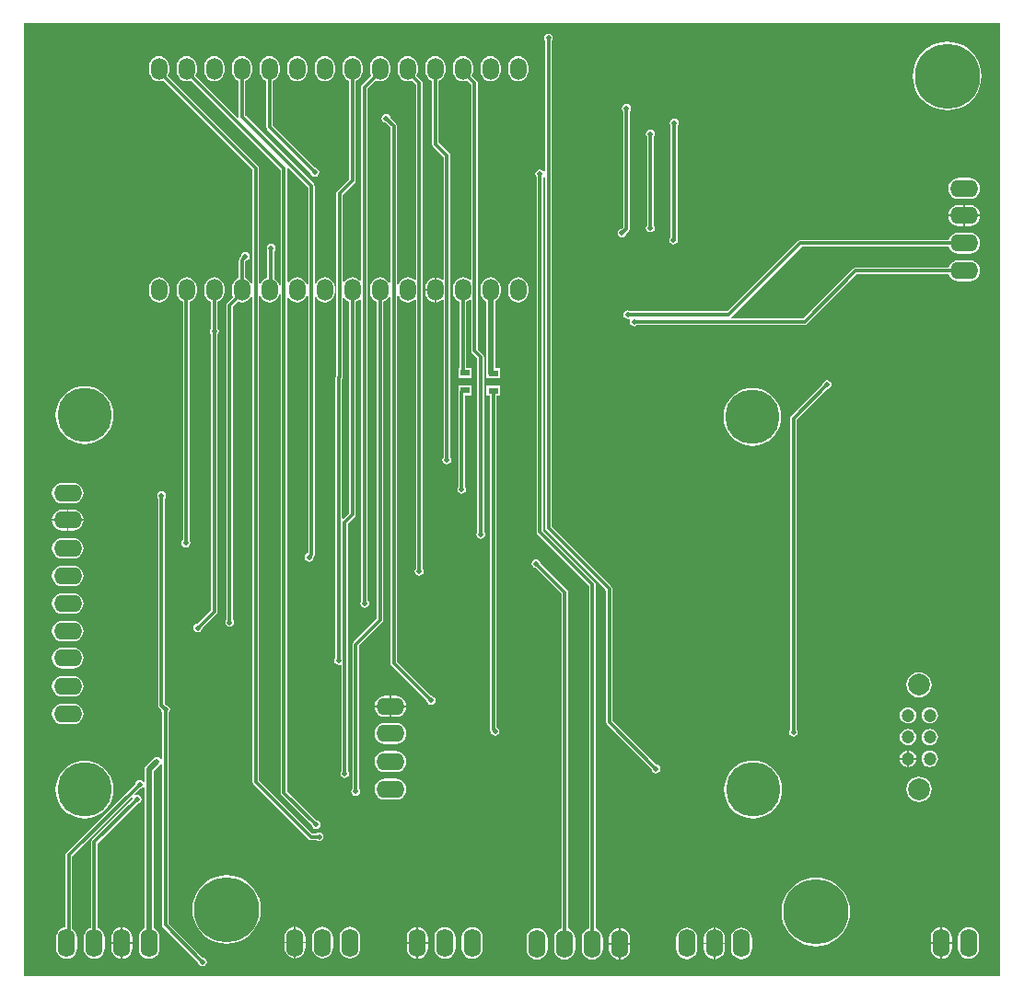
<source format=gbl>
G04*
G04 #@! TF.GenerationSoftware,Altium Limited,Altium Designer,21.0.9 (235)*
G04*
G04 Layer_Physical_Order=2*
G04 Layer_Color=16711680*
%FSLAX44Y44*%
%MOMM*%
G71*
G04*
G04 #@! TF.SameCoordinates,C4A1923E-E4D0-4F42-82A5-F12B5E4C3A78*
G04*
G04*
G04 #@! TF.FilePolarity,Positive*
G04*
G01*
G75*
%ADD26R,0.9500X0.6000*%
%ADD48C,6.0000*%
%ADD49C,0.3000*%
%ADD50C,0.5000*%
%ADD51O,1.5000X2.0000*%
%ADD52O,2.6000X1.6000*%
%ADD53C,1.2000*%
%ADD54C,2.0000*%
%ADD55O,1.6000X2.6000*%
%ADD56C,0.5000*%
%ADD57C,5.0000*%
G36*
X898441Y878441D02*
X898441Y1558D01*
X1558Y1558D01*
X1558Y878441D01*
X898441Y878441D01*
D02*
G37*
%LPC*%
G36*
X455676Y848254D02*
X453326Y847944D01*
X451137Y847038D01*
X449257Y845595D01*
X447814Y843715D01*
X446908Y841525D01*
X446598Y839176D01*
Y834176D01*
X446908Y831826D01*
X447814Y829637D01*
X449257Y827757D01*
X451137Y826314D01*
X453326Y825408D01*
X455676Y825098D01*
X458026Y825408D01*
X460215Y826314D01*
X462095Y827757D01*
X463537Y829637D01*
X464444Y831826D01*
X464754Y834176D01*
Y839176D01*
X464444Y841525D01*
X463537Y843715D01*
X462095Y845595D01*
X460215Y847038D01*
X458026Y847944D01*
X455676Y848254D01*
D02*
G37*
G36*
X430276D02*
X427926Y847944D01*
X425737Y847038D01*
X423857Y845595D01*
X422415Y843715D01*
X421508Y841525D01*
X421198Y839176D01*
Y834176D01*
X421508Y831826D01*
X422415Y829637D01*
X423857Y827757D01*
X425737Y826314D01*
X427926Y825408D01*
X430276Y825098D01*
X432626Y825408D01*
X434815Y826314D01*
X436695Y827757D01*
X438138Y829637D01*
X439044Y831826D01*
X439354Y834176D01*
Y839176D01*
X439044Y841525D01*
X438138Y843715D01*
X436695Y845595D01*
X434815Y847038D01*
X432626Y847944D01*
X430276Y848254D01*
D02*
G37*
G36*
X277876D02*
X275527Y847944D01*
X273337Y847038D01*
X271457Y845595D01*
X270014Y843715D01*
X269108Y841525D01*
X268798Y839176D01*
Y834176D01*
X269108Y831826D01*
X270014Y829637D01*
X271457Y827757D01*
X273337Y826314D01*
X275527Y825408D01*
X277876Y825098D01*
X280226Y825408D01*
X282415Y826314D01*
X284295Y827757D01*
X285737Y829637D01*
X286644Y831826D01*
X286954Y834176D01*
Y839176D01*
X286644Y841525D01*
X285737Y843715D01*
X284295Y845595D01*
X282415Y847038D01*
X280226Y847944D01*
X277876Y848254D01*
D02*
G37*
G36*
X252476D02*
X250126Y847944D01*
X247937Y847038D01*
X246057Y845595D01*
X244615Y843715D01*
X243708Y841525D01*
X243398Y839176D01*
Y834176D01*
X243708Y831826D01*
X244615Y829637D01*
X246057Y827757D01*
X247937Y826314D01*
X250126Y825408D01*
X252476Y825098D01*
X254825Y825408D01*
X257015Y826314D01*
X258895Y827757D01*
X260338Y829637D01*
X261244Y831826D01*
X261554Y834176D01*
Y839176D01*
X261244Y841525D01*
X260338Y843715D01*
X258895Y845595D01*
X257015Y847038D01*
X254825Y847944D01*
X252476Y848254D01*
D02*
G37*
G36*
X176276D02*
X173927Y847944D01*
X171737Y847038D01*
X169857Y845595D01*
X168414Y843715D01*
X167508Y841525D01*
X167198Y839176D01*
Y834176D01*
X167508Y831826D01*
X168414Y829637D01*
X169857Y827757D01*
X171737Y826314D01*
X173927Y825408D01*
X176276Y825098D01*
X178626Y825408D01*
X180815Y826314D01*
X182695Y827757D01*
X184137Y829637D01*
X185044Y831826D01*
X185354Y834176D01*
Y839176D01*
X185044Y841525D01*
X184137Y843715D01*
X182695Y845595D01*
X180815Y847038D01*
X178626Y847944D01*
X176276Y848254D01*
D02*
G37*
G36*
X850000Y861597D02*
X845057Y861208D01*
X840236Y860051D01*
X835655Y858154D01*
X831428Y855563D01*
X827657Y852343D01*
X824437Y848572D01*
X821846Y844345D01*
X819949Y839764D01*
X818792Y834943D01*
X818403Y830000D01*
X818792Y825057D01*
X819949Y820236D01*
X821846Y815655D01*
X824437Y811428D01*
X827657Y807657D01*
X831428Y804437D01*
X835655Y801846D01*
X840236Y799949D01*
X845057Y798792D01*
X850000Y798403D01*
X854943Y798792D01*
X859764Y799949D01*
X864345Y801846D01*
X868572Y804437D01*
X872343Y807657D01*
X875563Y811428D01*
X878154Y815655D01*
X880051Y820236D01*
X881208Y825057D01*
X881597Y830000D01*
X881208Y834943D01*
X880051Y839764D01*
X878154Y844345D01*
X875563Y848572D01*
X872343Y852343D01*
X868572Y855563D01*
X864345Y858154D01*
X859764Y860051D01*
X854943Y861208D01*
X850000Y861597D01*
D02*
G37*
G36*
X201676Y848254D02*
X199326Y847944D01*
X197137Y847038D01*
X195257Y845595D01*
X193815Y843715D01*
X192908Y841525D01*
X192598Y839176D01*
Y834176D01*
X192908Y831826D01*
X193815Y829637D01*
X195257Y827757D01*
X197137Y826314D01*
X198617Y825702D01*
Y792650D01*
X198617Y792649D01*
X198640Y792534D01*
X197470Y791908D01*
X159031Y830347D01*
X159644Y831826D01*
X159954Y834176D01*
Y839176D01*
X159644Y841525D01*
X158737Y843715D01*
X157295Y845595D01*
X155415Y847038D01*
X153225Y847944D01*
X150876Y848254D01*
X148526Y847944D01*
X146337Y847038D01*
X144457Y845595D01*
X143014Y843715D01*
X142108Y841525D01*
X141798Y839176D01*
Y834176D01*
X142108Y831826D01*
X143014Y829637D01*
X144457Y827757D01*
X146337Y826314D01*
X148526Y825408D01*
X150876Y825098D01*
X153225Y825408D01*
X154705Y826021D01*
X237225Y743501D01*
Y637266D01*
X235955Y637183D01*
X235844Y638026D01*
X234937Y640215D01*
X233495Y642095D01*
X231615Y643538D01*
X231022Y643783D01*
Y668553D01*
X231230Y668692D01*
X232114Y670015D01*
X232424Y671576D01*
X232114Y673137D01*
X231230Y674460D01*
X229907Y675344D01*
X228346Y675654D01*
X226785Y675344D01*
X225462Y674460D01*
X224578Y673137D01*
X224268Y671576D01*
X224578Y670015D01*
X224905Y669527D01*
Y644468D01*
X224727Y644444D01*
X222537Y643538D01*
X220657Y642095D01*
X219214Y640215D01*
X218705Y638984D01*
X217435Y639237D01*
Y745276D01*
X217202Y746447D01*
X216539Y747439D01*
X216539Y747439D01*
X133631Y830347D01*
X134244Y831826D01*
X134554Y834176D01*
Y839176D01*
X134244Y841525D01*
X133337Y843715D01*
X131895Y845595D01*
X130015Y847038D01*
X127825Y847944D01*
X125476Y848254D01*
X123126Y847944D01*
X120937Y847038D01*
X119057Y845595D01*
X117614Y843715D01*
X116708Y841525D01*
X116398Y839176D01*
Y834176D01*
X116708Y831826D01*
X117614Y829637D01*
X119057Y827757D01*
X120937Y826314D01*
X123126Y825408D01*
X125476Y825098D01*
X127825Y825408D01*
X129305Y826021D01*
X211317Y744009D01*
Y639237D01*
X210047Y638984D01*
X209538Y640215D01*
X208095Y642095D01*
X206215Y643538D01*
X204735Y644150D01*
Y659100D01*
X205708Y660073D01*
X206285Y660188D01*
X207608Y661072D01*
X208492Y662395D01*
X208802Y663956D01*
X208492Y665517D01*
X207608Y666840D01*
X206285Y667724D01*
X204724Y668034D01*
X203163Y667724D01*
X201840Y666840D01*
X200956Y665517D01*
X200646Y663956D01*
X200694Y663711D01*
X199513Y662530D01*
X198850Y661537D01*
X198617Y660367D01*
X198617Y660367D01*
Y644150D01*
X197137Y643538D01*
X195257Y642095D01*
X193815Y640215D01*
X192908Y638026D01*
X192598Y635676D01*
Y630676D01*
X192908Y628326D01*
X193521Y626847D01*
X188083Y621409D01*
X187420Y620416D01*
X187187Y619246D01*
X187187Y619246D01*
Y329774D01*
X186478Y328713D01*
X186168Y327152D01*
X186478Y325591D01*
X187362Y324268D01*
X188685Y323384D01*
X190246Y323074D01*
X191807Y323384D01*
X193130Y324268D01*
X194014Y325591D01*
X194324Y327152D01*
X194014Y328713D01*
X193305Y329774D01*
Y617979D01*
X197847Y622521D01*
X199326Y621908D01*
X201676Y621598D01*
X204025Y621908D01*
X206215Y622814D01*
X208095Y624257D01*
X209538Y626137D01*
X210047Y627368D01*
X211317Y627115D01*
Y180487D01*
X211317Y180487D01*
X211550Y179317D01*
X212213Y178324D01*
X262906Y127631D01*
X262906Y127631D01*
X263899Y126968D01*
X265069Y126735D01*
X269905D01*
X270966Y126026D01*
X272527Y125716D01*
X274088Y126026D01*
X275411Y126910D01*
X276295Y128233D01*
X276605Y129794D01*
X276295Y131355D01*
X275411Y132678D01*
X274088Y133562D01*
X272527Y133872D01*
X270966Y133562D01*
X269905Y132853D01*
X266336D01*
X217435Y181754D01*
Y627115D01*
X218705Y627368D01*
X219214Y626137D01*
X220657Y624257D01*
X222537Y622814D01*
X224727Y621908D01*
X227076Y621598D01*
X229426Y621908D01*
X231615Y622814D01*
X233495Y624257D01*
X234937Y626137D01*
X235844Y628326D01*
X235955Y629169D01*
X237225Y629086D01*
Y170434D01*
X237225Y170434D01*
X237458Y169263D01*
X238121Y168271D01*
X265731Y140661D01*
X265980Y139409D01*
X266864Y138086D01*
X268187Y137202D01*
X269748Y136892D01*
X271309Y137202D01*
X272632Y138086D01*
X273516Y139409D01*
X273826Y140970D01*
X273516Y142531D01*
X272632Y143854D01*
X271309Y144738D01*
X270057Y144987D01*
X243343Y171701D01*
Y625889D01*
X244613Y626141D01*
X244615Y626137D01*
X246057Y624257D01*
X247937Y622814D01*
X250126Y621908D01*
X252476Y621598D01*
X254825Y621908D01*
X257015Y622814D01*
X258895Y624257D01*
X260338Y626137D01*
X261101Y627981D01*
X262371Y627729D01*
Y390970D01*
X261837Y390864D01*
X260514Y389980D01*
X259630Y388657D01*
X259320Y387096D01*
X259630Y385535D01*
X260514Y384212D01*
X261837Y383328D01*
X263398Y383018D01*
X264959Y383328D01*
X266282Y384212D01*
X267166Y385535D01*
X267415Y386787D01*
X267593Y386965D01*
X268256Y387957D01*
X268489Y389128D01*
Y626502D01*
X269759Y626755D01*
X270014Y626137D01*
X271457Y624257D01*
X273337Y622814D01*
X275527Y621908D01*
X277876Y621598D01*
X280226Y621908D01*
X282415Y622814D01*
X284295Y624257D01*
X285737Y626137D01*
X286644Y628326D01*
X286954Y630676D01*
Y635676D01*
X286644Y638026D01*
X285737Y640215D01*
X284295Y642095D01*
X282415Y643538D01*
X280226Y644444D01*
X277876Y644754D01*
X275527Y644444D01*
X273337Y643538D01*
X271457Y642095D01*
X270014Y640215D01*
X269759Y639597D01*
X268489Y639850D01*
Y728895D01*
X268256Y730066D01*
X267593Y731058D01*
X204735Y793916D01*
Y825702D01*
X206215Y826314D01*
X208095Y827757D01*
X209538Y829637D01*
X210444Y831826D01*
X210754Y834176D01*
Y839176D01*
X210444Y841525D01*
X209538Y843715D01*
X208095Y845595D01*
X206215Y847038D01*
X204025Y847944D01*
X201676Y848254D01*
D02*
G37*
G36*
X483362Y868948D02*
X481801Y868638D01*
X480478Y867754D01*
X479594Y866431D01*
X479284Y864870D01*
X479594Y863309D01*
X480303Y862248D01*
Y742181D01*
X479033Y741796D01*
X478372Y742786D01*
X477049Y743670D01*
X475488Y743980D01*
X473927Y743670D01*
X472604Y742786D01*
X471720Y741463D01*
X471410Y739902D01*
X471720Y738341D01*
X472429Y737280D01*
Y410210D01*
X472429Y410210D01*
X472662Y409039D01*
X473325Y408047D01*
X520691Y360681D01*
Y45516D01*
X518959Y44798D01*
X516974Y43275D01*
X515452Y41291D01*
X514495Y38980D01*
X514168Y36500D01*
Y26500D01*
X514495Y24020D01*
X515452Y21709D01*
X516974Y19725D01*
X518959Y18202D01*
X521270Y17244D01*
X523750Y16918D01*
X526230Y17244D01*
X528541Y18202D01*
X530525Y19725D01*
X532048Y21709D01*
X533005Y24020D01*
X533332Y26500D01*
Y36500D01*
X533005Y38980D01*
X532048Y41291D01*
X530525Y43275D01*
X528541Y44798D01*
X526809Y45516D01*
Y361948D01*
X526576Y363119D01*
X525913Y364111D01*
X478547Y411477D01*
Y736889D01*
X479033Y737335D01*
X480303Y736777D01*
Y414020D01*
X480303Y414020D01*
X480536Y412850D01*
X481199Y411857D01*
X536437Y356619D01*
Y234950D01*
X536437Y234950D01*
X536670Y233780D01*
X537333Y232787D01*
X578151Y191969D01*
X578400Y190717D01*
X579284Y189394D01*
X580607Y188510D01*
X582168Y188200D01*
X583729Y188510D01*
X585052Y189394D01*
X585936Y190717D01*
X586246Y192278D01*
X585936Y193839D01*
X585052Y195162D01*
X583729Y196046D01*
X582477Y196295D01*
X542555Y236217D01*
Y357886D01*
X542555Y357886D01*
X542322Y359057D01*
X541659Y360049D01*
X486421Y415287D01*
Y862248D01*
X487130Y863309D01*
X487440Y864870D01*
X487130Y866431D01*
X486246Y867754D01*
X484923Y868638D01*
X483362Y868948D01*
D02*
G37*
G36*
X227076Y848254D02*
X224727Y847944D01*
X222537Y847038D01*
X220657Y845595D01*
X219214Y843715D01*
X218308Y841525D01*
X217998Y839176D01*
Y834176D01*
X218308Y831826D01*
X219214Y829637D01*
X220657Y827757D01*
X222537Y826314D01*
X224017Y825702D01*
Y782828D01*
X224017Y782828D01*
X224250Y781657D01*
X224913Y780665D01*
X264461Y741117D01*
X264710Y739865D01*
X265594Y738542D01*
X266917Y737658D01*
X268478Y737348D01*
X270039Y737658D01*
X271362Y738542D01*
X272246Y739865D01*
X272556Y741426D01*
X272246Y742987D01*
X271362Y744310D01*
X270039Y745194D01*
X268787Y745443D01*
X230135Y784095D01*
Y825702D01*
X231615Y826314D01*
X233495Y827757D01*
X234937Y829637D01*
X235844Y831826D01*
X236154Y834176D01*
Y839176D01*
X235844Y841525D01*
X234937Y843715D01*
X233495Y845595D01*
X231615Y847038D01*
X229426Y847944D01*
X227076Y848254D01*
D02*
G37*
G36*
X870632Y736130D02*
X860632D01*
X858152Y735804D01*
X855841Y734846D01*
X853857Y733324D01*
X852334Y731339D01*
X851376Y729028D01*
X851050Y726548D01*
X851376Y724068D01*
X852334Y721757D01*
X853857Y719773D01*
X855841Y718250D01*
X858152Y717292D01*
X860632Y716966D01*
X870632D01*
X873112Y717292D01*
X875423Y718250D01*
X877408Y719773D01*
X878930Y721757D01*
X879887Y724068D01*
X880214Y726548D01*
X879887Y729028D01*
X878930Y731339D01*
X877408Y733324D01*
X875423Y734846D01*
X873112Y735804D01*
X870632Y736130D01*
D02*
G37*
G36*
Y711130D02*
X866382D01*
Y702298D01*
X880115D01*
X879887Y704028D01*
X878930Y706339D01*
X877408Y708323D01*
X875423Y709846D01*
X873112Y710804D01*
X870632Y711130D01*
D02*
G37*
G36*
X864882D02*
X860632D01*
X858152Y710804D01*
X855841Y709846D01*
X853857Y708323D01*
X852334Y706339D01*
X851376Y704028D01*
X851149Y702298D01*
X864882D01*
Y711130D01*
D02*
G37*
G36*
X880115Y700798D02*
X866382D01*
Y691966D01*
X870632D01*
X873112Y692292D01*
X875423Y693250D01*
X877408Y694772D01*
X878930Y696757D01*
X879887Y699068D01*
X880115Y700798D01*
D02*
G37*
G36*
X864882D02*
X851149D01*
X851376Y699068D01*
X852334Y696757D01*
X853857Y694772D01*
X855841Y693250D01*
X858152Y692292D01*
X860632Y691966D01*
X864882D01*
Y700798D01*
D02*
G37*
G36*
X576978Y780810D02*
X575417Y780500D01*
X574094Y779616D01*
X573210Y778293D01*
X572900Y776732D01*
X573210Y775171D01*
X573919Y774110D01*
Y692884D01*
X573210Y691823D01*
X572900Y690262D01*
X573210Y688701D01*
X574094Y687378D01*
X575417Y686494D01*
X576978Y686184D01*
X578539Y686494D01*
X579862Y687378D01*
X580746Y688701D01*
X581056Y690262D01*
X580746Y691823D01*
X580037Y692884D01*
Y774110D01*
X580746Y775171D01*
X581056Y776732D01*
X580746Y778293D01*
X579862Y779616D01*
X578539Y780500D01*
X576978Y780810D01*
D02*
G37*
G36*
X554978Y804208D02*
X553417Y803898D01*
X552094Y803014D01*
X551210Y801691D01*
X550900Y800130D01*
X551210Y798569D01*
X551919Y797508D01*
Y690659D01*
X550725Y689465D01*
X549473Y689216D01*
X548150Y688332D01*
X547266Y687009D01*
X546956Y685448D01*
X547266Y683887D01*
X548150Y682564D01*
X549473Y681680D01*
X551034Y681370D01*
X552595Y681680D01*
X553918Y682564D01*
X554802Y683887D01*
X555051Y685139D01*
X557141Y687229D01*
X557141Y687229D01*
X557804Y688221D01*
X558037Y689392D01*
Y797508D01*
X558746Y798569D01*
X559056Y800130D01*
X558746Y801691D01*
X557862Y803014D01*
X556539Y803898D01*
X554978Y804208D01*
D02*
G37*
G36*
X598978Y790970D02*
X597417Y790660D01*
X596094Y789776D01*
X595210Y788453D01*
X594900Y786892D01*
X595210Y785331D01*
X595919Y784270D01*
Y682079D01*
X595540Y681826D01*
X594656Y680503D01*
X594346Y678942D01*
X594656Y677381D01*
X595540Y676058D01*
X596863Y675174D01*
X598424Y674864D01*
X599985Y675174D01*
X601308Y676058D01*
X602192Y677381D01*
X602502Y678942D01*
X602192Y680503D01*
X602037Y680735D01*
Y784270D01*
X602746Y785331D01*
X603056Y786892D01*
X602746Y788453D01*
X601862Y789776D01*
X600539Y790660D01*
X598978Y790970D01*
D02*
G37*
G36*
X870632Y685730D02*
X860632D01*
X858152Y685404D01*
X855841Y684446D01*
X853857Y682923D01*
X852334Y680939D01*
X851616Y679207D01*
X715010D01*
X713839Y678974D01*
X712847Y678311D01*
X647957Y613421D01*
X558882D01*
X557821Y614130D01*
X556260Y614440D01*
X554699Y614130D01*
X553376Y613246D01*
X552492Y611923D01*
X552182Y610362D01*
X552492Y608801D01*
X553376Y607478D01*
X554699Y606594D01*
X556260Y606284D01*
X557634Y606557D01*
X558106Y606128D01*
X558474Y605528D01*
X558334Y605319D01*
X558024Y603758D01*
X558334Y602197D01*
X559218Y600874D01*
X560541Y599990D01*
X562102Y599680D01*
X563663Y599990D01*
X564724Y600699D01*
X718910D01*
X718910Y600699D01*
X720080Y600932D01*
X721073Y601595D01*
X767167Y647689D01*
X851616D01*
X852334Y645957D01*
X853857Y643972D01*
X855841Y642450D01*
X858152Y641492D01*
X860632Y641166D01*
X870632D01*
X873112Y641492D01*
X875423Y642450D01*
X877408Y643972D01*
X878930Y645957D01*
X879887Y648268D01*
X880214Y650748D01*
X879887Y653228D01*
X878930Y655539D01*
X877408Y657523D01*
X875423Y659046D01*
X873112Y660004D01*
X870632Y660330D01*
X860632D01*
X858152Y660004D01*
X855841Y659046D01*
X853857Y657523D01*
X852334Y655539D01*
X851616Y653807D01*
X765900D01*
X764730Y653574D01*
X763737Y652911D01*
X717643Y606817D01*
X651604D01*
X651219Y608087D01*
X651387Y608199D01*
X716277Y673089D01*
X851616D01*
X852334Y671357D01*
X853857Y669372D01*
X855841Y667850D01*
X858152Y666892D01*
X860632Y666566D01*
X870632D01*
X873112Y666892D01*
X875423Y667850D01*
X877408Y669372D01*
X878930Y671357D01*
X879887Y673668D01*
X880214Y676148D01*
X879887Y678628D01*
X878930Y680939D01*
X877408Y682923D01*
X875423Y684446D01*
X873112Y685404D01*
X870632Y685730D01*
D02*
G37*
G36*
X379476Y848254D02*
X377127Y847944D01*
X374937Y847038D01*
X373057Y845595D01*
X371614Y843715D01*
X370708Y841525D01*
X370398Y839176D01*
Y834176D01*
X370708Y831826D01*
X371614Y829637D01*
X373057Y827757D01*
X374937Y826314D01*
X376417Y825702D01*
Y767334D01*
X376417Y767334D01*
X376650Y766163D01*
X377313Y765171D01*
X386917Y755567D01*
Y642671D01*
X385647Y642285D01*
X384015Y643538D01*
X381825Y644444D01*
X380226Y644655D01*
Y633176D01*
Y621697D01*
X381825Y621908D01*
X384015Y622814D01*
X385561Y624001D01*
X386831Y623532D01*
Y479380D01*
X386122Y478319D01*
X385812Y476758D01*
X386122Y475197D01*
X387006Y473874D01*
X388329Y472990D01*
X389890Y472680D01*
X391451Y472990D01*
X392774Y473874D01*
X393658Y475197D01*
X393968Y476758D01*
X393658Y478319D01*
X392949Y479380D01*
Y625894D01*
X393035Y626327D01*
X393035Y626327D01*
Y756834D01*
X392802Y758005D01*
X392139Y758997D01*
X382535Y768601D01*
Y825702D01*
X384015Y826314D01*
X385895Y827757D01*
X387337Y829637D01*
X388244Y831826D01*
X388554Y834176D01*
Y839176D01*
X388244Y841525D01*
X387337Y843715D01*
X385895Y845595D01*
X384015Y847038D01*
X381825Y847944D01*
X379476Y848254D01*
D02*
G37*
G36*
X354076D02*
X351726Y847944D01*
X349537Y847038D01*
X347657Y845595D01*
X346214Y843715D01*
X345308Y841525D01*
X344998Y839176D01*
Y834176D01*
X345308Y831826D01*
X346214Y829637D01*
X347657Y827757D01*
X349537Y826314D01*
X351726Y825408D01*
X354076Y825098D01*
X356426Y825408D01*
X357906Y826021D01*
X361517Y822409D01*
Y642671D01*
X360247Y642285D01*
X358615Y643538D01*
X356426Y644444D01*
X354076Y644754D01*
X351726Y644444D01*
X349537Y643538D01*
X347657Y642095D01*
X346214Y640215D01*
X345451Y638371D01*
X344181Y638624D01*
Y783844D01*
X344181Y783844D01*
X343948Y785014D01*
X343285Y786007D01*
X343285Y786007D01*
X338027Y791265D01*
X337778Y792517D01*
X336894Y793840D01*
X335571Y794724D01*
X334010Y795034D01*
X332449Y794724D01*
X331126Y793840D01*
X330242Y792517D01*
X329932Y790956D01*
X330242Y789395D01*
X331126Y788072D01*
X332449Y787188D01*
X333701Y786939D01*
X338063Y782577D01*
Y639850D01*
X336793Y639597D01*
X336538Y640215D01*
X335095Y642095D01*
X333215Y643538D01*
X331026Y644444D01*
X328676Y644754D01*
X326326Y644444D01*
X324137Y643538D01*
X322257Y642095D01*
X320815Y640215D01*
X319908Y638026D01*
X319598Y635676D01*
Y630676D01*
X319908Y628326D01*
X320815Y626137D01*
X322257Y624257D01*
X324137Y622814D01*
X325617Y622201D01*
Y330705D01*
X303882Y308970D01*
X303219Y307978D01*
X302986Y306807D01*
X302986Y306807D01*
Y174047D01*
X302277Y172986D01*
X301967Y171425D01*
X302277Y169864D01*
X303161Y168541D01*
X304484Y167657D01*
X306045Y167347D01*
X307606Y167657D01*
X308929Y168541D01*
X309813Y169864D01*
X310124Y171425D01*
X309813Y172986D01*
X309104Y174047D01*
Y305540D01*
X330839Y327275D01*
X330839Y327275D01*
X331502Y328268D01*
X331735Y329438D01*
X331735Y329438D01*
Y622201D01*
X333215Y622814D01*
X335095Y624257D01*
X336538Y626137D01*
X336793Y626755D01*
X338063Y626502D01*
Y289814D01*
X338063Y289814D01*
X338296Y288643D01*
X338959Y287651D01*
X371395Y255215D01*
X371644Y253963D01*
X372528Y252640D01*
X373851Y251756D01*
X375412Y251446D01*
X376973Y251756D01*
X378296Y252640D01*
X379180Y253963D01*
X379490Y255524D01*
X379180Y257085D01*
X378296Y258408D01*
X376973Y259292D01*
X375721Y259541D01*
X344181Y291081D01*
Y627729D01*
X345451Y627981D01*
X346214Y626137D01*
X347657Y624257D01*
X349537Y622814D01*
X351726Y621908D01*
X354076Y621598D01*
X356426Y621908D01*
X358615Y622814D01*
X360247Y624067D01*
X361517Y623681D01*
Y376797D01*
X360808Y375736D01*
X360498Y374175D01*
X360808Y372615D01*
X361692Y371291D01*
X363015Y370407D01*
X364576Y370097D01*
X366137Y370407D01*
X367460Y371291D01*
X368344Y372615D01*
X368654Y374175D01*
X368344Y375736D01*
X367635Y376797D01*
Y823676D01*
X367402Y824846D01*
X366739Y825839D01*
X362231Y830347D01*
X362844Y831826D01*
X363154Y834176D01*
Y839176D01*
X362844Y841525D01*
X361937Y843715D01*
X360495Y845595D01*
X358615Y847038D01*
X356426Y847944D01*
X354076Y848254D01*
D02*
G37*
G36*
X404876D02*
X402527Y847944D01*
X400337Y847038D01*
X398457Y845595D01*
X397015Y843715D01*
X396108Y841525D01*
X395798Y839176D01*
Y834176D01*
X396108Y831826D01*
X397015Y829637D01*
X398457Y827757D01*
X400337Y826314D01*
X402527Y825408D01*
X404876Y825098D01*
X407225Y825408D01*
X408705Y826021D01*
X412342Y822384D01*
Y642627D01*
X411072Y642266D01*
X409415Y643538D01*
X407225Y644444D01*
X404876Y644754D01*
X402527Y644444D01*
X400337Y643538D01*
X398457Y642095D01*
X397015Y640215D01*
X396108Y638026D01*
X395798Y635676D01*
Y630676D01*
X396108Y628326D01*
X397015Y626137D01*
X398457Y624257D01*
X400337Y622814D01*
X401817Y622201D01*
Y561140D01*
X400404D01*
Y552140D01*
X412904D01*
Y561140D01*
X407935D01*
Y622201D01*
X409415Y622814D01*
X411072Y624086D01*
X412342Y623725D01*
Y576977D01*
X412342Y576977D01*
X412575Y575806D01*
X413238Y574814D01*
X418073Y569979D01*
Y410800D01*
X417364Y409739D01*
X417054Y408178D01*
X417364Y406617D01*
X418248Y405294D01*
X419571Y404410D01*
X421132Y404100D01*
X422693Y404410D01*
X424016Y405294D01*
X424900Y406617D01*
X425210Y408178D01*
X424900Y409739D01*
X424191Y410800D01*
Y571246D01*
X423958Y572416D01*
X423295Y573409D01*
X418460Y578244D01*
Y823651D01*
X418460Y823651D01*
X418227Y824821D01*
X417564Y825814D01*
X417564Y825814D01*
X413031Y830347D01*
X413644Y831826D01*
X413954Y834176D01*
Y839176D01*
X413644Y841525D01*
X412738Y843715D01*
X411295Y845595D01*
X409415Y847038D01*
X407225Y847944D01*
X404876Y848254D01*
D02*
G37*
G36*
X328676D02*
X326326Y847944D01*
X324137Y847038D01*
X322257Y845595D01*
X320815Y843715D01*
X319908Y841525D01*
X319598Y839176D01*
Y834176D01*
X319908Y831826D01*
X320521Y830347D01*
X312035Y821861D01*
X311372Y820869D01*
X311139Y819698D01*
X311139Y819698D01*
Y642299D01*
X309869Y641868D01*
X309695Y642095D01*
X307815Y643538D01*
X305625Y644444D01*
X303276Y644754D01*
X300926Y644444D01*
X298737Y643538D01*
X296857Y642095D01*
X295667Y640544D01*
X294397Y640950D01*
Y720673D01*
X305439Y731715D01*
X305439Y731715D01*
X306102Y732707D01*
X306335Y733878D01*
Y825702D01*
X307815Y826314D01*
X309695Y827757D01*
X311138Y829637D01*
X312044Y831826D01*
X312354Y834176D01*
Y839176D01*
X312044Y841525D01*
X311138Y843715D01*
X309695Y845595D01*
X307815Y847038D01*
X305625Y847944D01*
X303276Y848254D01*
X300926Y847944D01*
X298737Y847038D01*
X296857Y845595D01*
X295415Y843715D01*
X294508Y841525D01*
X294198Y839176D01*
Y834176D01*
X294508Y831826D01*
X295415Y829637D01*
X296857Y827757D01*
X298737Y826314D01*
X300217Y825702D01*
Y735145D01*
X289175Y724103D01*
X288512Y723110D01*
X288279Y721940D01*
X288279Y721940D01*
Y554413D01*
X287748Y553619D01*
X287515Y552448D01*
X287515Y552448D01*
Y294736D01*
X286806Y293675D01*
X286496Y292114D01*
X286806Y290553D01*
X287690Y289230D01*
X289013Y288346D01*
X290574Y288036D01*
X291745Y288269D01*
X293015Y287523D01*
Y190525D01*
X292306Y189464D01*
X291996Y187903D01*
X292306Y186343D01*
X293190Y185019D01*
X294513Y184135D01*
X296074Y183825D01*
X297635Y184135D01*
X298958Y185019D01*
X299842Y186343D01*
X300152Y187903D01*
X299842Y189464D01*
X299133Y190525D01*
Y418060D01*
X305439Y424366D01*
X305439Y424366D01*
X306102Y425358D01*
X306335Y426529D01*
Y622201D01*
X307815Y622814D01*
X309695Y624257D01*
X309869Y624484D01*
X311139Y624053D01*
Y346920D01*
X310684Y346239D01*
X310374Y344678D01*
X310684Y343117D01*
X311568Y341794D01*
X312891Y340910D01*
X314452Y340600D01*
X316013Y340910D01*
X317336Y341794D01*
X318220Y343117D01*
X318530Y344678D01*
X318220Y346239D01*
X317336Y347562D01*
X317257Y347615D01*
Y818431D01*
X324846Y826021D01*
X326326Y825408D01*
X328676Y825098D01*
X331026Y825408D01*
X333215Y826314D01*
X335095Y827757D01*
X336538Y829637D01*
X337444Y831826D01*
X337754Y834176D01*
Y839176D01*
X337444Y841525D01*
X336538Y843715D01*
X335095Y845595D01*
X333215Y847038D01*
X331026Y847944D01*
X328676Y848254D01*
D02*
G37*
G36*
X378726Y644655D02*
X377127Y644444D01*
X374937Y643538D01*
X373057Y642095D01*
X371614Y640215D01*
X370708Y638026D01*
X370398Y635676D01*
Y633926D01*
X378726D01*
Y644655D01*
D02*
G37*
G36*
Y632426D02*
X370398D01*
Y630676D01*
X370708Y628326D01*
X371614Y626137D01*
X373057Y624257D01*
X374937Y622814D01*
X377127Y621908D01*
X378726Y621697D01*
Y632426D01*
D02*
G37*
G36*
X455676Y644754D02*
X453326Y644444D01*
X451137Y643538D01*
X449257Y642095D01*
X447814Y640215D01*
X446908Y638026D01*
X446598Y635676D01*
Y630676D01*
X446908Y628326D01*
X447814Y626137D01*
X449257Y624257D01*
X451137Y622814D01*
X453326Y621908D01*
X455676Y621598D01*
X458026Y621908D01*
X460215Y622814D01*
X462095Y624257D01*
X463537Y626137D01*
X464444Y628326D01*
X464754Y630676D01*
Y635676D01*
X464444Y638026D01*
X463537Y640215D01*
X462095Y642095D01*
X460215Y643538D01*
X458026Y644444D01*
X455676Y644754D01*
D02*
G37*
G36*
X125476D02*
X123126Y644444D01*
X120937Y643538D01*
X119057Y642095D01*
X117614Y640215D01*
X116708Y638026D01*
X116398Y635676D01*
Y630676D01*
X116708Y628326D01*
X117614Y626137D01*
X119057Y624257D01*
X120937Y622814D01*
X123126Y621908D01*
X125476Y621598D01*
X127825Y621908D01*
X130015Y622814D01*
X131895Y624257D01*
X133337Y626137D01*
X134244Y628326D01*
X134554Y630676D01*
Y635676D01*
X134244Y638026D01*
X133337Y640215D01*
X131895Y642095D01*
X130015Y643538D01*
X127825Y644444D01*
X125476Y644754D01*
D02*
G37*
G36*
X430276D02*
X427926Y644444D01*
X425737Y643538D01*
X423857Y642095D01*
X422415Y640215D01*
X421508Y638026D01*
X421198Y635676D01*
Y630676D01*
X421508Y628326D01*
X422415Y626137D01*
X423857Y624257D01*
X425737Y622814D01*
X426198Y622624D01*
Y556922D01*
X426198Y556922D01*
X426312Y556347D01*
Y551886D01*
X438812D01*
Y560886D01*
X434354D01*
Y622624D01*
X434815Y622814D01*
X436695Y624257D01*
X438138Y626137D01*
X439044Y628326D01*
X439354Y630676D01*
Y635676D01*
X439044Y638026D01*
X438138Y640215D01*
X436695Y642095D01*
X434815Y643538D01*
X432626Y644444D01*
X430276Y644754D01*
D02*
G37*
G36*
X56902Y544460D02*
X52744Y544133D01*
X48688Y543159D01*
X44834Y541563D01*
X41277Y539383D01*
X38106Y536674D01*
X35397Y533503D01*
X33217Y529946D01*
X31621Y526092D01*
X30647Y522036D01*
X30320Y517878D01*
X30647Y513720D01*
X31621Y509664D01*
X33217Y505810D01*
X35397Y502253D01*
X38106Y499082D01*
X41277Y496373D01*
X44834Y494193D01*
X48688Y492597D01*
X52744Y491623D01*
X56902Y491296D01*
X61060Y491623D01*
X65116Y492597D01*
X68970Y494193D01*
X72526Y496373D01*
X75698Y499082D01*
X78407Y502253D01*
X80587Y505810D01*
X82183Y509664D01*
X83157Y513720D01*
X83484Y517878D01*
X83157Y522036D01*
X82183Y526092D01*
X80587Y529946D01*
X78407Y533503D01*
X75698Y536674D01*
X72526Y539383D01*
X68970Y541563D01*
X65116Y543159D01*
X61060Y544133D01*
X56902Y544460D01*
D02*
G37*
G36*
X670902Y542860D02*
X666744Y542533D01*
X662688Y541559D01*
X658834Y539963D01*
X655277Y537783D01*
X652106Y535074D01*
X649397Y531903D01*
X647217Y528346D01*
X645621Y524492D01*
X644647Y520436D01*
X644320Y516278D01*
X644647Y512120D01*
X645621Y508064D01*
X647217Y504210D01*
X649397Y500653D01*
X652106Y497482D01*
X655277Y494773D01*
X658834Y492593D01*
X662688Y490997D01*
X666744Y490023D01*
X670902Y489696D01*
X675060Y490023D01*
X679116Y490997D01*
X682970Y492593D01*
X686526Y494773D01*
X689698Y497482D01*
X692407Y500653D01*
X694587Y504210D01*
X696183Y508064D01*
X697157Y512120D01*
X697484Y516278D01*
X697157Y520436D01*
X696183Y524492D01*
X694587Y528346D01*
X692407Y531903D01*
X689698Y535074D01*
X686526Y537783D01*
X682970Y539963D01*
X679116Y541559D01*
X675060Y542533D01*
X670902Y542860D01*
D02*
G37*
G36*
X412904Y545140D02*
X400404D01*
Y536140D01*
X400547D01*
Y452202D01*
X399838Y451141D01*
X399528Y449580D01*
X399838Y448019D01*
X400722Y446696D01*
X402045Y445812D01*
X403606Y445502D01*
X405167Y445812D01*
X406490Y446696D01*
X407374Y448019D01*
X407684Y449580D01*
X407374Y451141D01*
X406665Y452202D01*
Y536140D01*
X412904D01*
Y545140D01*
D02*
G37*
G36*
X46402Y455860D02*
X36402D01*
X33922Y455533D01*
X31611Y454576D01*
X29627Y453053D01*
X28104Y451069D01*
X27146Y448758D01*
X26820Y446278D01*
X27146Y443798D01*
X28104Y441487D01*
X29627Y439502D01*
X31611Y437980D01*
X33922Y437023D01*
X36402Y436696D01*
X46402D01*
X48882Y437023D01*
X51193Y437980D01*
X53177Y439502D01*
X54700Y441487D01*
X55658Y443798D01*
X55984Y446278D01*
X55658Y448758D01*
X54700Y451069D01*
X53177Y453053D01*
X51193Y454576D01*
X48882Y455533D01*
X46402Y455860D01*
D02*
G37*
G36*
Y430860D02*
X42152D01*
Y422028D01*
X55885D01*
X55658Y423758D01*
X54700Y426069D01*
X53177Y428053D01*
X51193Y429576D01*
X48882Y430533D01*
X46402Y430860D01*
D02*
G37*
G36*
X40652D02*
X36402D01*
X33922Y430533D01*
X31611Y429576D01*
X29627Y428053D01*
X28104Y426069D01*
X27146Y423758D01*
X26919Y422028D01*
X40652D01*
Y430860D01*
D02*
G37*
G36*
X55885Y420528D02*
X42152D01*
Y411696D01*
X46402D01*
X48882Y412023D01*
X51193Y412980D01*
X53177Y414502D01*
X54700Y416487D01*
X55658Y418798D01*
X55885Y420528D01*
D02*
G37*
G36*
X40652D02*
X26919D01*
X27146Y418798D01*
X28104Y416487D01*
X29627Y414502D01*
X31611Y412980D01*
X33922Y412023D01*
X36402Y411696D01*
X40652D01*
Y420528D01*
D02*
G37*
G36*
X150876Y644754D02*
X148526Y644444D01*
X146337Y643538D01*
X144457Y642095D01*
X143014Y640215D01*
X142108Y638026D01*
X141798Y635676D01*
Y630676D01*
X142108Y628326D01*
X143014Y626137D01*
X144457Y624257D01*
X146337Y622814D01*
X147370Y622387D01*
Y403292D01*
X147162Y403153D01*
X146278Y401830D01*
X145968Y400269D01*
X146278Y398708D01*
X147162Y397385D01*
X148485Y396501D01*
X150046Y396191D01*
X151607Y396501D01*
X152930Y397385D01*
X153814Y398708D01*
X154124Y400269D01*
X153814Y401830D01*
X153487Y402318D01*
Y622016D01*
X155415Y622814D01*
X157295Y624257D01*
X158737Y626137D01*
X159644Y628326D01*
X159954Y630676D01*
Y635676D01*
X159644Y638026D01*
X158737Y640215D01*
X157295Y642095D01*
X155415Y643538D01*
X153225Y644444D01*
X150876Y644754D01*
D02*
G37*
G36*
X46402Y405060D02*
X36402D01*
X33922Y404734D01*
X31611Y403776D01*
X29627Y402253D01*
X28104Y400269D01*
X27146Y397958D01*
X26820Y395478D01*
X27146Y392998D01*
X28104Y390687D01*
X29627Y388703D01*
X31611Y387180D01*
X33922Y386222D01*
X36402Y385896D01*
X46402D01*
X48882Y386222D01*
X51193Y387180D01*
X53177Y388703D01*
X54700Y390687D01*
X55658Y392998D01*
X55984Y395478D01*
X55658Y397958D01*
X54700Y400269D01*
X53177Y402253D01*
X51193Y403776D01*
X48882Y404734D01*
X46402Y405060D01*
D02*
G37*
G36*
Y379660D02*
X36402D01*
X33922Y379333D01*
X31611Y378376D01*
X29627Y376853D01*
X28104Y374869D01*
X27146Y372558D01*
X26820Y370078D01*
X27146Y367598D01*
X28104Y365287D01*
X29627Y363303D01*
X31611Y361780D01*
X33922Y360822D01*
X36402Y360496D01*
X46402D01*
X48882Y360822D01*
X51193Y361780D01*
X53177Y363303D01*
X54700Y365287D01*
X55658Y367598D01*
X55984Y370078D01*
X55658Y372558D01*
X54700Y374869D01*
X53177Y376853D01*
X51193Y378376D01*
X48882Y379333D01*
X46402Y379660D01*
D02*
G37*
G36*
Y354260D02*
X36402D01*
X33922Y353933D01*
X31611Y352976D01*
X29627Y351453D01*
X28104Y349469D01*
X27146Y347158D01*
X26820Y344678D01*
X27146Y342198D01*
X28104Y339887D01*
X29627Y337903D01*
X31611Y336380D01*
X33922Y335423D01*
X36402Y335096D01*
X46402D01*
X48882Y335423D01*
X51193Y336380D01*
X53177Y337903D01*
X54700Y339887D01*
X55658Y342198D01*
X55984Y344678D01*
X55658Y347158D01*
X54700Y349469D01*
X53177Y351453D01*
X51193Y352976D01*
X48882Y353933D01*
X46402Y354260D01*
D02*
G37*
G36*
X176276Y644754D02*
X173927Y644444D01*
X171737Y643538D01*
X169857Y642095D01*
X168414Y640215D01*
X167508Y638026D01*
X167198Y635676D01*
Y630676D01*
X167508Y628326D01*
X168414Y626137D01*
X169857Y624257D01*
X171737Y622814D01*
X173217Y622201D01*
Y597490D01*
X172508Y596429D01*
X172198Y594868D01*
X172508Y593307D01*
X173217Y592246D01*
Y338579D01*
X160727Y326089D01*
X159475Y325840D01*
X158152Y324956D01*
X157268Y323633D01*
X156958Y322072D01*
X157268Y320511D01*
X158152Y319188D01*
X159475Y318304D01*
X161036Y317994D01*
X162597Y318304D01*
X163920Y319188D01*
X164804Y320511D01*
X165053Y321763D01*
X178439Y335149D01*
X179102Y336142D01*
X179335Y337312D01*
Y592246D01*
X180044Y593307D01*
X180354Y594868D01*
X180044Y596429D01*
X179335Y597490D01*
Y622201D01*
X180815Y622814D01*
X182695Y624257D01*
X184137Y626137D01*
X185044Y628326D01*
X185354Y630676D01*
Y635676D01*
X185044Y638026D01*
X184137Y640215D01*
X182695Y642095D01*
X180815Y643538D01*
X178626Y644444D01*
X176276Y644754D01*
D02*
G37*
G36*
X46402Y328860D02*
X36402D01*
X33922Y328534D01*
X31611Y327576D01*
X29627Y326053D01*
X28104Y324069D01*
X27146Y321758D01*
X26820Y319278D01*
X27146Y316798D01*
X28104Y314487D01*
X29627Y312502D01*
X31611Y310980D01*
X33922Y310023D01*
X36402Y309696D01*
X46402D01*
X48882Y310023D01*
X51193Y310980D01*
X53177Y312502D01*
X54700Y314487D01*
X55658Y316798D01*
X55984Y319278D01*
X55658Y321758D01*
X54700Y324069D01*
X53177Y326053D01*
X51193Y327576D01*
X48882Y328534D01*
X46402Y328860D01*
D02*
G37*
G36*
Y303860D02*
X36402D01*
X33922Y303533D01*
X31611Y302576D01*
X29627Y301053D01*
X28104Y299069D01*
X27146Y296758D01*
X26820Y294278D01*
X27146Y291798D01*
X28104Y289487D01*
X29627Y287502D01*
X31611Y285980D01*
X33922Y285023D01*
X36402Y284696D01*
X46402D01*
X48882Y285023D01*
X51193Y285980D01*
X53177Y287502D01*
X54700Y289487D01*
X55658Y291798D01*
X55984Y294278D01*
X55658Y296758D01*
X54700Y299069D01*
X53177Y301053D01*
X51193Y302576D01*
X48882Y303533D01*
X46402Y303860D01*
D02*
G37*
G36*
Y278060D02*
X36402D01*
X33922Y277733D01*
X31611Y276776D01*
X29627Y275254D01*
X28104Y273269D01*
X27146Y270958D01*
X26820Y268478D01*
X27146Y265998D01*
X28104Y263687D01*
X29627Y261702D01*
X31611Y260180D01*
X33922Y259223D01*
X36402Y258896D01*
X46402D01*
X48882Y259223D01*
X51193Y260180D01*
X53177Y261702D01*
X54700Y263687D01*
X55658Y265998D01*
X55984Y268478D01*
X55658Y270958D01*
X54700Y273269D01*
X53177Y275254D01*
X51193Y276776D01*
X48882Y277733D01*
X46402Y278060D01*
D02*
G37*
G36*
X823976Y281233D02*
X820974Y280838D01*
X818176Y279679D01*
X815774Y277836D01*
X813931Y275434D01*
X812772Y272636D01*
X812377Y269634D01*
X812772Y266632D01*
X813931Y263834D01*
X815774Y261432D01*
X818176Y259589D01*
X820974Y258430D01*
X823976Y258035D01*
X826978Y258430D01*
X829776Y259589D01*
X832178Y261432D01*
X834021Y263834D01*
X835180Y266632D01*
X835575Y269634D01*
X835180Y272636D01*
X834021Y275434D01*
X832178Y277836D01*
X829776Y279679D01*
X826978Y280838D01*
X823976Y281233D01*
D02*
G37*
G36*
X343074Y259518D02*
X338824D01*
Y250686D01*
X352557D01*
X352329Y252416D01*
X351372Y254727D01*
X349850Y256711D01*
X347865Y258234D01*
X345554Y259191D01*
X343074Y259518D01*
D02*
G37*
G36*
X337324D02*
X333074D01*
X330594Y259191D01*
X328283Y258234D01*
X326298Y256711D01*
X324776Y254727D01*
X323819Y252416D01*
X323591Y250686D01*
X337324D01*
Y259518D01*
D02*
G37*
G36*
X352557Y249186D02*
X338824D01*
Y240354D01*
X343074D01*
X345554Y240681D01*
X347865Y241638D01*
X349850Y243160D01*
X351372Y245145D01*
X352329Y247456D01*
X352557Y249186D01*
D02*
G37*
G36*
X337324D02*
X323591D01*
X323819Y247456D01*
X324776Y245145D01*
X326298Y243160D01*
X328283Y241638D01*
X330594Y240681D01*
X333074Y240354D01*
X337324D01*
Y249186D01*
D02*
G37*
G36*
X833976Y249199D02*
X832018Y248941D01*
X830194Y248185D01*
X828627Y246983D01*
X827425Y245416D01*
X826669Y243592D01*
X826411Y241634D01*
X826669Y239676D01*
X827425Y237852D01*
X828627Y236285D01*
X830194Y235083D01*
X832018Y234327D01*
X833976Y234069D01*
X835934Y234327D01*
X837758Y235083D01*
X839325Y236285D01*
X840527Y237852D01*
X841283Y239676D01*
X841541Y241634D01*
X841283Y243592D01*
X840527Y245416D01*
X839325Y246983D01*
X837758Y248185D01*
X835934Y248941D01*
X833976Y249199D01*
D02*
G37*
G36*
X813976D02*
X812018Y248941D01*
X810194Y248185D01*
X808627Y246983D01*
X807425Y245416D01*
X806669Y243592D01*
X806411Y241634D01*
X806669Y239676D01*
X807425Y237852D01*
X808627Y236285D01*
X810194Y235083D01*
X812018Y234327D01*
X813976Y234069D01*
X815934Y234327D01*
X817758Y235083D01*
X819325Y236285D01*
X820527Y237852D01*
X821283Y239676D01*
X821541Y241634D01*
X821283Y243592D01*
X820527Y245416D01*
X819325Y246983D01*
X817758Y248185D01*
X815934Y248941D01*
X813976Y249199D01*
D02*
G37*
G36*
X46402Y252660D02*
X36402D01*
X33922Y252334D01*
X31611Y251376D01*
X29627Y249853D01*
X28104Y247869D01*
X27146Y245558D01*
X26820Y243078D01*
X27146Y240598D01*
X28104Y238287D01*
X29627Y236303D01*
X31611Y234780D01*
X33922Y233822D01*
X36402Y233496D01*
X46402D01*
X48882Y233822D01*
X51193Y234780D01*
X53177Y236303D01*
X54700Y238287D01*
X55658Y240598D01*
X55984Y243078D01*
X55658Y245558D01*
X54700Y247869D01*
X53177Y249853D01*
X51193Y251376D01*
X48882Y252334D01*
X46402Y252660D01*
D02*
G37*
G36*
X438812Y544886D02*
X426312D01*
Y535886D01*
X429503D01*
Y228600D01*
X429503Y228600D01*
X429736Y227430D01*
X430312Y226567D01*
X430572Y225261D01*
X431456Y223938D01*
X432779Y223054D01*
X434340Y222744D01*
X435901Y223054D01*
X437224Y223938D01*
X438108Y225261D01*
X438418Y226822D01*
X438108Y228383D01*
X437224Y229706D01*
X435901Y230590D01*
X435621Y230646D01*
Y535886D01*
X438812D01*
Y544886D01*
D02*
G37*
G36*
X739513Y550066D02*
X737952Y549756D01*
X736629Y548872D01*
X735745Y547549D01*
X735496Y546297D01*
X706497Y517298D01*
X705834Y516306D01*
X705601Y515135D01*
X705601Y515135D01*
Y228682D01*
X704892Y227621D01*
X704582Y226060D01*
X704892Y224499D01*
X705776Y223176D01*
X707099Y222292D01*
X708660Y221982D01*
X710221Y222292D01*
X711544Y223176D01*
X712428Y224499D01*
X712738Y226060D01*
X712428Y227621D01*
X711719Y228682D01*
Y513868D01*
X739821Y541971D01*
X741073Y542220D01*
X742396Y543104D01*
X743280Y544427D01*
X743591Y545988D01*
X743280Y547549D01*
X742396Y548872D01*
X741073Y549756D01*
X739513Y550066D01*
D02*
G37*
G36*
X343074Y234518D02*
X333074D01*
X330594Y234191D01*
X328283Y233234D01*
X326298Y231711D01*
X324776Y229727D01*
X323819Y227416D01*
X323492Y224936D01*
X323819Y222456D01*
X324776Y220145D01*
X326298Y218160D01*
X328283Y216638D01*
X330594Y215681D01*
X333074Y215354D01*
X343074D01*
X345554Y215681D01*
X347865Y216638D01*
X349850Y218160D01*
X351372Y220145D01*
X352329Y222456D01*
X352656Y224936D01*
X352329Y227416D01*
X351372Y229727D01*
X349850Y231711D01*
X347865Y233234D01*
X345554Y234191D01*
X343074Y234518D01*
D02*
G37*
G36*
X833976Y229199D02*
X832018Y228941D01*
X830194Y228185D01*
X828627Y226983D01*
X827425Y225416D01*
X826669Y223592D01*
X826411Y221634D01*
X826669Y219676D01*
X827425Y217852D01*
X828627Y216285D01*
X830194Y215083D01*
X832018Y214327D01*
X833976Y214069D01*
X835934Y214327D01*
X837758Y215083D01*
X839325Y216285D01*
X840527Y217852D01*
X841283Y219676D01*
X841541Y221634D01*
X841283Y223592D01*
X840527Y225416D01*
X839325Y226983D01*
X837758Y228185D01*
X835934Y228941D01*
X833976Y229199D01*
D02*
G37*
G36*
X813976D02*
X812018Y228941D01*
X810194Y228185D01*
X808627Y226983D01*
X807425Y225416D01*
X806669Y223592D01*
X806411Y221634D01*
X806669Y219676D01*
X807425Y217852D01*
X808627Y216285D01*
X810194Y215083D01*
X812018Y214327D01*
X813976Y214069D01*
X815934Y214327D01*
X817758Y215083D01*
X819325Y216285D01*
X820527Y217852D01*
X821283Y219676D01*
X821541Y221634D01*
X821283Y223592D01*
X820527Y225416D01*
X819325Y226983D01*
X817758Y228185D01*
X815934Y228941D01*
X813976Y229199D01*
D02*
G37*
G36*
X814726Y209100D02*
Y202384D01*
X821442D01*
X821283Y203592D01*
X820527Y205416D01*
X819325Y206983D01*
X817758Y208185D01*
X815934Y208941D01*
X814726Y209100D01*
D02*
G37*
G36*
X813226Y209100D02*
X812018Y208941D01*
X810194Y208185D01*
X808627Y206983D01*
X807425Y205416D01*
X806669Y203592D01*
X806510Y202384D01*
X813226D01*
Y209100D01*
D02*
G37*
G36*
X127618Y447816D02*
X126057Y447506D01*
X124734Y446622D01*
X123850Y445299D01*
X123540Y443738D01*
X123850Y442177D01*
X124559Y441116D01*
Y250710D01*
X124559Y250710D01*
X124792Y249540D01*
X125455Y248547D01*
X127375Y246627D01*
X127624Y245375D01*
X128333Y244314D01*
Y200292D01*
X127063Y200167D01*
X126958Y200697D01*
X126074Y202020D01*
X124751Y202904D01*
X123190Y203214D01*
X121629Y202904D01*
X120306Y202020D01*
X120306Y202020D01*
X113268Y194982D01*
X112384Y193659D01*
X112074Y192098D01*
X112074Y192098D01*
Y180608D01*
X110804Y180223D01*
X110326Y180938D01*
X109003Y181822D01*
X107442Y182132D01*
X105881Y181822D01*
X104558Y180938D01*
X103674Y179615D01*
X103425Y178363D01*
X40255Y115193D01*
X39592Y114200D01*
X39359Y113030D01*
X39359Y113030D01*
Y46451D01*
X37872Y46255D01*
X35561Y45298D01*
X33577Y43776D01*
X32054Y41791D01*
X31097Y39480D01*
X30770Y37000D01*
Y27000D01*
X31097Y24520D01*
X32054Y22209D01*
X33577Y20224D01*
X35561Y18702D01*
X37872Y17744D01*
X40352Y17418D01*
X42832Y17744D01*
X45143Y18702D01*
X47127Y20224D01*
X48650Y22209D01*
X49608Y24520D01*
X49934Y27000D01*
Y37000D01*
X49608Y39480D01*
X48650Y41791D01*
X47127Y43776D01*
X45477Y45042D01*
Y111763D01*
X100360Y166647D01*
X101388Y165899D01*
X101139Y164647D01*
X63589Y127097D01*
X62926Y126104D01*
X62693Y124934D01*
X62693Y124934D01*
Y46016D01*
X60961Y45298D01*
X58977Y43776D01*
X57454Y41791D01*
X56497Y39480D01*
X56170Y37000D01*
Y27000D01*
X56497Y24520D01*
X57454Y22209D01*
X58977Y20224D01*
X60961Y18702D01*
X63272Y17744D01*
X65752Y17418D01*
X68232Y17744D01*
X70543Y18702D01*
X72527Y20224D01*
X74050Y22209D01*
X75008Y24520D01*
X75334Y27000D01*
Y37000D01*
X75008Y39480D01*
X74050Y41791D01*
X72527Y43776D01*
X70543Y45298D01*
X68811Y46016D01*
Y123667D01*
X105465Y160321D01*
X106717Y160570D01*
X108040Y161454D01*
X108924Y162777D01*
X109234Y164338D01*
X108924Y165899D01*
X108040Y167222D01*
X106717Y168106D01*
X105156Y168416D01*
X103595Y168106D01*
X102847Y169134D01*
X107751Y174037D01*
X109003Y174286D01*
X110326Y175170D01*
X110804Y175885D01*
X112074Y175500D01*
Y45593D01*
X111361Y45298D01*
X109377Y43776D01*
X107854Y41791D01*
X106897Y39480D01*
X106570Y37000D01*
Y27000D01*
X106897Y24520D01*
X107854Y22209D01*
X109377Y20224D01*
X111361Y18702D01*
X113672Y17744D01*
X116152Y17418D01*
X118632Y17744D01*
X120943Y18702D01*
X122928Y20224D01*
X124450Y22209D01*
X125407Y24520D01*
X125734Y27000D01*
Y37000D01*
X125407Y39480D01*
X124450Y41791D01*
X122928Y43776D01*
X120943Y45298D01*
X120230Y45593D01*
Y190409D01*
X126074Y196252D01*
X126074Y196252D01*
X126958Y197575D01*
X127063Y198105D01*
X128333Y197980D01*
Y48694D01*
X128333Y48694D01*
X128566Y47523D01*
X129229Y46531D01*
X161337Y14423D01*
X161586Y13171D01*
X162470Y11848D01*
X163793Y10964D01*
X165354Y10654D01*
X166915Y10964D01*
X168238Y11848D01*
X169122Y13171D01*
X169432Y14732D01*
X169122Y16293D01*
X168238Y17616D01*
X166915Y18500D01*
X165663Y18749D01*
X134451Y49961D01*
Y244314D01*
X135160Y245375D01*
X135470Y246936D01*
X135160Y248497D01*
X134276Y249820D01*
X132953Y250704D01*
X131701Y250953D01*
X130677Y251977D01*
Y441116D01*
X131386Y442177D01*
X131696Y443738D01*
X131386Y445299D01*
X130502Y446622D01*
X129179Y447506D01*
X127618Y447816D01*
D02*
G37*
G36*
X813226Y200884D02*
X806510D01*
X806669Y199676D01*
X807425Y197852D01*
X808627Y196285D01*
X810194Y195083D01*
X812018Y194327D01*
X813226Y194168D01*
Y200884D01*
D02*
G37*
G36*
X821442D02*
X814726D01*
Y194168D01*
X815934Y194327D01*
X817758Y195083D01*
X819325Y196285D01*
X820527Y197852D01*
X821283Y199676D01*
X821442Y200884D01*
D02*
G37*
G36*
X833976Y209199D02*
X832018Y208941D01*
X830194Y208185D01*
X828627Y206983D01*
X827425Y205416D01*
X826669Y203592D01*
X826411Y201634D01*
X826669Y199676D01*
X827425Y197852D01*
X828627Y196285D01*
X830194Y195083D01*
X832018Y194327D01*
X833976Y194069D01*
X835934Y194327D01*
X837758Y195083D01*
X839325Y196285D01*
X840527Y197852D01*
X841283Y199676D01*
X841541Y201634D01*
X841283Y203592D01*
X840527Y205416D01*
X839325Y206983D01*
X837758Y208185D01*
X835934Y208941D01*
X833976Y209199D01*
D02*
G37*
G36*
X343074Y208718D02*
X333074D01*
X330594Y208391D01*
X328283Y207434D01*
X326298Y205911D01*
X324776Y203927D01*
X323819Y201616D01*
X323492Y199136D01*
X323819Y196656D01*
X324776Y194345D01*
X326298Y192361D01*
X328283Y190838D01*
X330594Y189881D01*
X333074Y189554D01*
X343074D01*
X345554Y189881D01*
X347865Y190838D01*
X349850Y192361D01*
X351372Y194345D01*
X352329Y196656D01*
X352656Y199136D01*
X352329Y201616D01*
X351372Y203927D01*
X349850Y205911D01*
X347865Y207434D01*
X345554Y208391D01*
X343074Y208718D01*
D02*
G37*
G36*
Y183318D02*
X333074D01*
X330594Y182992D01*
X328283Y182034D01*
X326298Y180511D01*
X324776Y178527D01*
X323819Y176216D01*
X323492Y173736D01*
X323819Y171256D01*
X324776Y168945D01*
X326298Y166961D01*
X328283Y165438D01*
X330594Y164480D01*
X333074Y164154D01*
X343074D01*
X345554Y164480D01*
X347865Y165438D01*
X349850Y166961D01*
X351372Y168945D01*
X352329Y171256D01*
X352656Y173736D01*
X352329Y176216D01*
X351372Y178527D01*
X349850Y180511D01*
X347865Y182034D01*
X345554Y182992D01*
X343074Y183318D01*
D02*
G37*
G36*
X823976Y185233D02*
X820974Y184838D01*
X818176Y183679D01*
X815774Y181836D01*
X813931Y179434D01*
X812772Y176636D01*
X812377Y173634D01*
X812772Y170632D01*
X813931Y167834D01*
X815774Y165432D01*
X818176Y163589D01*
X820974Y162430D01*
X823976Y162035D01*
X826978Y162430D01*
X829776Y163589D01*
X832178Y165432D01*
X834021Y167834D01*
X835180Y170632D01*
X835575Y173634D01*
X835180Y176636D01*
X834021Y179434D01*
X832178Y181836D01*
X829776Y183679D01*
X826978Y184838D01*
X823976Y185233D01*
D02*
G37*
G36*
X671402Y199860D02*
X667244Y199533D01*
X663188Y198559D01*
X659334Y196963D01*
X655778Y194783D01*
X652606Y192074D01*
X649897Y188902D01*
X647717Y185346D01*
X646121Y181492D01*
X645147Y177436D01*
X644820Y173278D01*
X645147Y169120D01*
X646121Y165064D01*
X647717Y161210D01*
X649897Y157654D01*
X652606Y154482D01*
X655778Y151773D01*
X659334Y149593D01*
X663188Y147997D01*
X667244Y147023D01*
X671402Y146696D01*
X675560Y147023D01*
X679616Y147997D01*
X683470Y149593D01*
X687027Y151773D01*
X690198Y154482D01*
X692907Y157654D01*
X695087Y161210D01*
X696683Y165064D01*
X697657Y169120D01*
X697984Y173278D01*
X697657Y177436D01*
X696683Y181492D01*
X695087Y185346D01*
X692907Y188902D01*
X690198Y192074D01*
X687027Y194783D01*
X683470Y196963D01*
X679616Y198559D01*
X675560Y199533D01*
X671402Y199860D01*
D02*
G37*
G36*
X56902Y199760D02*
X52744Y199433D01*
X48688Y198459D01*
X44834Y196863D01*
X41277Y194683D01*
X38106Y191974D01*
X35397Y188803D01*
X33217Y185246D01*
X31621Y181392D01*
X30647Y177336D01*
X30320Y173178D01*
X30647Y169020D01*
X31621Y164964D01*
X33217Y161110D01*
X35397Y157554D01*
X38106Y154382D01*
X41277Y151673D01*
X44834Y149493D01*
X48688Y147897D01*
X52744Y146923D01*
X56902Y146596D01*
X61060Y146923D01*
X65116Y147897D01*
X68970Y149493D01*
X72526Y151673D01*
X75698Y154382D01*
X78407Y157554D01*
X80587Y161110D01*
X82183Y164964D01*
X83157Y169020D01*
X83484Y173178D01*
X83157Y177336D01*
X82183Y181392D01*
X80587Y185246D01*
X78407Y188803D01*
X75698Y191974D01*
X72526Y194683D01*
X68970Y196863D01*
X65116Y198459D01*
X61060Y199433D01*
X56902Y199760D01*
D02*
G37*
G36*
X251127Y46983D02*
Y33250D01*
X259959D01*
Y37500D01*
X259633Y39980D01*
X258675Y42291D01*
X257153Y44275D01*
X255168Y45798D01*
X252857Y46755D01*
X251127Y46983D01*
D02*
G37*
G36*
X249627D02*
X247897Y46755D01*
X245586Y45798D01*
X243602Y44275D01*
X242079Y42291D01*
X241122Y39980D01*
X240795Y37500D01*
Y33250D01*
X249627D01*
Y46983D01*
D02*
G37*
G36*
X363600Y46733D02*
Y33000D01*
X372432D01*
Y37250D01*
X372105Y39730D01*
X371148Y42041D01*
X369625Y44026D01*
X367641Y45548D01*
X365330Y46505D01*
X363600Y46733D01*
D02*
G37*
G36*
X362100D02*
X360370Y46505D01*
X358059Y45548D01*
X356074Y44026D01*
X354552Y42041D01*
X353595Y39730D01*
X353268Y37250D01*
Y33000D01*
X362100D01*
Y46733D01*
D02*
G37*
G36*
X845400D02*
Y33000D01*
X854232D01*
Y37250D01*
X853905Y39730D01*
X852948Y42041D01*
X851425Y44026D01*
X849441Y45548D01*
X847130Y46505D01*
X845400Y46733D01*
D02*
G37*
G36*
X843900Y46733D02*
X842170Y46505D01*
X839859Y45548D01*
X837875Y44026D01*
X836352Y42041D01*
X835395Y39730D01*
X835068Y37250D01*
Y33000D01*
X843900D01*
Y46733D01*
D02*
G37*
G36*
X91902Y46483D02*
Y32750D01*
X100734D01*
Y37000D01*
X100407Y39480D01*
X99450Y41791D01*
X97928Y43776D01*
X95943Y45298D01*
X93632Y46255D01*
X91902Y46483D01*
D02*
G37*
G36*
X90402D02*
X88672Y46255D01*
X86361Y45298D01*
X84377Y43776D01*
X82854Y41791D01*
X81897Y39480D01*
X81570Y37000D01*
Y32750D01*
X90402D01*
Y46483D01*
D02*
G37*
G36*
X636650Y46233D02*
Y32500D01*
X645482D01*
Y36750D01*
X645155Y39230D01*
X644198Y41541D01*
X642675Y43526D01*
X640691Y45048D01*
X638380Y46006D01*
X636650Y46233D01*
D02*
G37*
G36*
X635150D02*
X633420Y46006D01*
X631109Y45048D01*
X629124Y43526D01*
X627602Y41541D01*
X626645Y39230D01*
X626318Y36750D01*
Y32500D01*
X635150D01*
Y46233D01*
D02*
G37*
G36*
X549500Y45983D02*
Y32250D01*
X558332D01*
Y36500D01*
X558005Y38980D01*
X557048Y41291D01*
X555525Y43275D01*
X553541Y44798D01*
X551230Y45756D01*
X549500Y45983D01*
D02*
G37*
G36*
X548000D02*
X546270Y45756D01*
X543959Y44798D01*
X541974Y43275D01*
X540452Y41291D01*
X539495Y38980D01*
X539168Y36500D01*
Y32250D01*
X548000D01*
Y45983D01*
D02*
G37*
G36*
X187500Y94581D02*
X182557Y94192D01*
X177736Y93035D01*
X173155Y91138D01*
X168927Y88547D01*
X165157Y85327D01*
X161937Y81557D01*
X159347Y77329D01*
X157449Y72748D01*
X156292Y67927D01*
X155903Y62984D01*
X156292Y58041D01*
X157449Y53220D01*
X159347Y48639D01*
X161937Y44412D01*
X165157Y40641D01*
X168927Y37421D01*
X173155Y34831D01*
X177736Y32933D01*
X182557Y31776D01*
X187500Y31387D01*
X192443Y31776D01*
X197264Y32933D01*
X201845Y34831D01*
X206073Y37421D01*
X209843Y40641D01*
X213063Y44412D01*
X215653Y48639D01*
X217551Y53220D01*
X218708Y58041D01*
X219097Y62984D01*
X218708Y67927D01*
X217551Y72748D01*
X215653Y77329D01*
X213063Y81557D01*
X209843Y85327D01*
X206073Y88547D01*
X201845Y91138D01*
X197264Y93035D01*
X192443Y94192D01*
X187500Y94581D01*
D02*
G37*
G36*
X729250Y92331D02*
X724307Y91942D01*
X719486Y90785D01*
X714905Y88888D01*
X710677Y86297D01*
X706907Y83077D01*
X703687Y79307D01*
X701096Y75079D01*
X699199Y70498D01*
X698042Y65677D01*
X697653Y60734D01*
X698042Y55791D01*
X699199Y50970D01*
X701096Y46389D01*
X703687Y42161D01*
X706907Y38391D01*
X710677Y35171D01*
X714905Y32580D01*
X719486Y30683D01*
X724307Y29526D01*
X729250Y29137D01*
X734193Y29526D01*
X739014Y30683D01*
X743595Y32580D01*
X747822Y35171D01*
X751593Y38391D01*
X754813Y42161D01*
X757403Y46389D01*
X759301Y50970D01*
X760458Y55791D01*
X760847Y60734D01*
X760458Y65677D01*
X759301Y70498D01*
X757403Y75079D01*
X754813Y79307D01*
X751593Y83077D01*
X747822Y86297D01*
X743595Y88888D01*
X739014Y90785D01*
X734193Y91942D01*
X729250Y92331D01*
D02*
G37*
G36*
X259959Y31750D02*
X251127D01*
Y18017D01*
X252857Y18245D01*
X255168Y19202D01*
X257153Y20724D01*
X258675Y22709D01*
X259633Y25020D01*
X259959Y27500D01*
Y31750D01*
D02*
G37*
G36*
X249627D02*
X240795D01*
Y27500D01*
X241122Y25020D01*
X242079Y22709D01*
X243602Y20724D01*
X245586Y19202D01*
X247897Y18245D01*
X249627Y18017D01*
Y31750D01*
D02*
G37*
G36*
X300777Y47082D02*
X298297Y46755D01*
X295986Y45798D01*
X294002Y44275D01*
X292479Y42291D01*
X291522Y39980D01*
X291195Y37500D01*
Y27500D01*
X291522Y25020D01*
X292479Y22709D01*
X294002Y20724D01*
X295986Y19202D01*
X298297Y18245D01*
X300777Y17918D01*
X303257Y18245D01*
X305568Y19202D01*
X307553Y20724D01*
X309075Y22709D01*
X310033Y25020D01*
X310359Y27500D01*
Y37500D01*
X310033Y39980D01*
X309075Y42291D01*
X307553Y44275D01*
X305568Y45798D01*
X303257Y46755D01*
X300777Y47082D01*
D02*
G37*
G36*
X275777D02*
X273297Y46755D01*
X270986Y45798D01*
X269002Y44275D01*
X267479Y42291D01*
X266522Y39980D01*
X266195Y37500D01*
Y27500D01*
X266522Y25020D01*
X267479Y22709D01*
X269002Y20724D01*
X270986Y19202D01*
X273297Y18245D01*
X275777Y17918D01*
X278257Y18245D01*
X280568Y19202D01*
X282553Y20724D01*
X284075Y22709D01*
X285033Y25020D01*
X285359Y27500D01*
Y37500D01*
X285033Y39980D01*
X284075Y42291D01*
X282553Y44275D01*
X280568Y45798D01*
X278257Y46755D01*
X275777Y47082D01*
D02*
G37*
G36*
X843900Y31500D02*
X835068D01*
Y27250D01*
X835395Y24770D01*
X836352Y22459D01*
X837875Y20475D01*
X839859Y18952D01*
X842170Y17995D01*
X843900Y17767D01*
Y31500D01*
D02*
G37*
G36*
X362100Y31500D02*
X353268D01*
Y27250D01*
X353595Y24770D01*
X354552Y22459D01*
X356074Y20475D01*
X358059Y18952D01*
X360370Y17995D01*
X362100Y17767D01*
Y31500D01*
D02*
G37*
G36*
X372432D02*
X363600D01*
Y17767D01*
X365330Y17995D01*
X367641Y18952D01*
X369625Y20475D01*
X371148Y22459D01*
X372105Y24770D01*
X372432Y27250D01*
Y31500D01*
D02*
G37*
G36*
X854232Y31500D02*
X845400D01*
Y17767D01*
X847130Y17995D01*
X849441Y18952D01*
X851425Y20475D01*
X852948Y22459D01*
X853905Y24770D01*
X854232Y27250D01*
Y31500D01*
D02*
G37*
G36*
X869650Y46832D02*
X867170Y46505D01*
X864859Y45548D01*
X862875Y44026D01*
X861352Y42041D01*
X860395Y39730D01*
X860068Y37250D01*
Y27250D01*
X860395Y24770D01*
X861352Y22459D01*
X862875Y20475D01*
X864859Y18952D01*
X867170Y17995D01*
X869650Y17668D01*
X872130Y17995D01*
X874441Y18952D01*
X876425Y20475D01*
X877948Y22459D01*
X878905Y24770D01*
X879232Y27250D01*
Y37250D01*
X878905Y39730D01*
X877948Y42041D01*
X876425Y44026D01*
X874441Y45548D01*
X872130Y46505D01*
X869650Y46832D01*
D02*
G37*
G36*
X413250D02*
X410770Y46505D01*
X408459Y45548D01*
X406474Y44026D01*
X404952Y42041D01*
X403994Y39730D01*
X403668Y37250D01*
Y27250D01*
X403994Y24770D01*
X404952Y22459D01*
X406474Y20475D01*
X408459Y18952D01*
X410770Y17995D01*
X413250Y17668D01*
X415730Y17995D01*
X418041Y18952D01*
X420025Y20475D01*
X421548Y22459D01*
X422505Y24770D01*
X422832Y27250D01*
Y37250D01*
X422505Y39730D01*
X421548Y42041D01*
X420025Y44026D01*
X418041Y45548D01*
X415730Y46505D01*
X413250Y46832D01*
D02*
G37*
G36*
X388250D02*
X385770Y46505D01*
X383459Y45548D01*
X381474Y44026D01*
X379952Y42041D01*
X378994Y39730D01*
X378668Y37250D01*
Y27250D01*
X378994Y24770D01*
X379952Y22459D01*
X381474Y20475D01*
X383459Y18952D01*
X385770Y17995D01*
X388250Y17668D01*
X390730Y17995D01*
X393041Y18952D01*
X395025Y20475D01*
X396548Y22459D01*
X397505Y24770D01*
X397832Y27250D01*
Y37250D01*
X397505Y39730D01*
X396548Y42041D01*
X395025Y44026D01*
X393041Y45548D01*
X390730Y46505D01*
X388250Y46832D01*
D02*
G37*
G36*
X100734Y31250D02*
X91902D01*
Y17517D01*
X93632Y17744D01*
X95943Y18702D01*
X97928Y20224D01*
X99450Y22209D01*
X100407Y24520D01*
X100734Y27000D01*
Y31250D01*
D02*
G37*
G36*
X90402D02*
X81570D01*
Y27000D01*
X81897Y24520D01*
X82854Y22209D01*
X84377Y20224D01*
X86361Y18702D01*
X88672Y17744D01*
X90402Y17517D01*
Y31250D01*
D02*
G37*
G36*
X645482Y31000D02*
X636650D01*
Y17267D01*
X638380Y17494D01*
X640691Y18452D01*
X642675Y19974D01*
X644198Y21959D01*
X645155Y24270D01*
X645482Y26750D01*
Y31000D01*
D02*
G37*
G36*
X635150D02*
X626318D01*
Y26750D01*
X626645Y24270D01*
X627602Y21959D01*
X629124Y19974D01*
X631109Y18452D01*
X633420Y17494D01*
X635150Y17267D01*
Y31000D01*
D02*
G37*
G36*
X660900Y46332D02*
X658420Y46006D01*
X656109Y45048D01*
X654125Y43526D01*
X652602Y41541D01*
X651645Y39230D01*
X651318Y36750D01*
Y26750D01*
X651645Y24270D01*
X652602Y21959D01*
X654125Y19974D01*
X656109Y18452D01*
X658420Y17494D01*
X660900Y17168D01*
X663380Y17494D01*
X665691Y18452D01*
X667675Y19974D01*
X669198Y21959D01*
X670155Y24270D01*
X670482Y26750D01*
Y36750D01*
X670155Y39230D01*
X669198Y41541D01*
X667675Y43526D01*
X665691Y45048D01*
X663380Y46006D01*
X660900Y46332D01*
D02*
G37*
G36*
X610500D02*
X608020Y46006D01*
X605709Y45048D01*
X603725Y43526D01*
X602202Y41541D01*
X601245Y39230D01*
X600918Y36750D01*
Y26750D01*
X601245Y24270D01*
X602202Y21959D01*
X603725Y19974D01*
X605709Y18452D01*
X608020Y17494D01*
X610500Y17168D01*
X612980Y17494D01*
X615291Y18452D01*
X617275Y19974D01*
X618798Y21959D01*
X619755Y24270D01*
X620082Y26750D01*
Y36750D01*
X619755Y39230D01*
X618798Y41541D01*
X617275Y43526D01*
X615291Y45048D01*
X612980Y46006D01*
X610500Y46332D01*
D02*
G37*
G36*
X558332Y30750D02*
X549500D01*
Y17017D01*
X551230Y17244D01*
X553541Y18202D01*
X555525Y19725D01*
X557048Y21709D01*
X558005Y24020D01*
X558332Y26500D01*
Y30750D01*
D02*
G37*
G36*
X548000D02*
X539168D01*
Y26500D01*
X539495Y24020D01*
X540452Y21709D01*
X541974Y19725D01*
X543959Y18202D01*
X546270Y17244D01*
X548000Y17017D01*
Y30750D01*
D02*
G37*
G36*
X471932Y385332D02*
X470371Y385022D01*
X469048Y384138D01*
X468164Y382815D01*
X467854Y381254D01*
X468164Y379693D01*
X469048Y378370D01*
X470371Y377486D01*
X471623Y377237D01*
X495291Y353569D01*
Y45516D01*
X493559Y44798D01*
X491575Y43275D01*
X490052Y41291D01*
X489095Y38980D01*
X488768Y36500D01*
Y26500D01*
X489095Y24020D01*
X490052Y21709D01*
X491575Y19725D01*
X493559Y18202D01*
X495870Y17244D01*
X498350Y16918D01*
X500830Y17244D01*
X503141Y18202D01*
X505125Y19725D01*
X506648Y21709D01*
X507605Y24020D01*
X507932Y26500D01*
Y36500D01*
X507605Y38980D01*
X506648Y41291D01*
X505125Y43275D01*
X503141Y44798D01*
X501409Y45516D01*
Y354836D01*
X501176Y356007D01*
X500513Y356999D01*
X500513Y356999D01*
X475949Y381563D01*
X475700Y382815D01*
X474816Y384138D01*
X473493Y385022D01*
X471932Y385332D01*
D02*
G37*
G36*
X472950Y46082D02*
X470470Y45756D01*
X468159Y44798D01*
X466175Y43275D01*
X464652Y41291D01*
X463694Y38980D01*
X463368Y36500D01*
Y26500D01*
X463694Y24020D01*
X464652Y21709D01*
X466175Y19725D01*
X468159Y18202D01*
X470470Y17244D01*
X472950Y16918D01*
X475430Y17244D01*
X477741Y18202D01*
X479725Y19725D01*
X481248Y21709D01*
X482205Y24020D01*
X482532Y26500D01*
Y36500D01*
X482205Y38980D01*
X481248Y41291D01*
X479725Y43275D01*
X477741Y44798D01*
X475430Y45756D01*
X472950Y46082D01*
D02*
G37*
%LPD*%
G36*
X262371Y727628D02*
Y638624D01*
X261101Y638371D01*
X260338Y640215D01*
X258895Y642095D01*
X257015Y643538D01*
X254825Y644444D01*
X252476Y644754D01*
X250126Y644444D01*
X247937Y643538D01*
X246057Y642095D01*
X244615Y640215D01*
X244613Y640211D01*
X243343Y640463D01*
Y744768D01*
X243343Y744768D01*
X243320Y744884D01*
X244490Y745509D01*
X262371Y727628D01*
D02*
G37*
G36*
X296857Y624257D02*
X298737Y622814D01*
X300217Y622201D01*
Y427796D01*
X294903Y422481D01*
X293633Y423007D01*
Y551246D01*
X294164Y552042D01*
X294397Y553212D01*
X294397Y553212D01*
Y625402D01*
X295667Y625808D01*
X296857Y624257D01*
D02*
G37*
D26*
X432562Y556386D02*
D03*
Y540386D02*
D03*
X406654Y556640D02*
D03*
Y540640D02*
D03*
D48*
X850000Y830000D02*
D03*
X729250Y60734D02*
D03*
X187500Y62984D02*
D03*
D49*
X765900Y650748D02*
X865632D01*
X718910Y603758D02*
X765900Y650748D01*
X562102Y603758D02*
X718910D01*
X556260Y610362D02*
X649224D01*
X715010Y676148D01*
X865632D01*
X598978Y679496D02*
Y786892D01*
X598424Y678942D02*
X598978Y679496D01*
X551034Y685448D02*
X554978Y689392D01*
Y800130D01*
X576978Y690262D02*
Y776732D01*
X404876Y834176D02*
X415401Y823651D01*
Y576977D02*
Y823651D01*
X404876Y834176D02*
Y836676D01*
X415401Y576977D02*
X421132Y571246D01*
Y408178D02*
Y571246D01*
X379476Y767334D02*
X389976Y756834D01*
X379476Y767334D02*
Y836676D01*
X389890Y626241D02*
X389976Y626327D01*
Y756834D01*
X389890Y476758D02*
Y626241D01*
X176276Y594868D02*
Y633176D01*
Y337312D02*
Y594868D01*
X201676Y660367D02*
X204724Y663415D01*
X201676Y633176D02*
Y660367D01*
X204724Y663415D02*
Y663956D01*
X227963Y671193D02*
X228346Y671576D01*
X227076Y633176D02*
X227963Y634063D01*
Y671193D01*
X341122Y289814D02*
X375412Y255524D01*
X341122Y289814D02*
Y783844D01*
X334010Y790956D02*
X341122Y783844D01*
X708660Y515135D02*
X739513Y545988D01*
X708660Y226060D02*
Y515135D01*
X498350Y31500D02*
Y354836D01*
X471932Y381254D02*
X498350Y354836D01*
X523750Y31500D02*
Y361948D01*
X539496Y234950D02*
Y357886D01*
Y234950D02*
X582168Y192278D01*
X475488Y410210D02*
X523750Y361948D01*
X42418Y113030D02*
X107442Y178054D01*
X42418Y34066D02*
Y113030D01*
X65752Y124934D02*
X105156Y164338D01*
X65752Y32000D02*
Y124934D01*
X403606Y539140D02*
X405106Y540640D01*
X403606Y449580D02*
Y539140D01*
X405106Y540640D02*
X406654D01*
X131392Y48694D02*
X165354Y14732D01*
X131392Y48694D02*
Y246936D01*
X127618Y250710D02*
X131392Y246936D01*
X127618Y250710D02*
Y443738D01*
X150046Y400269D02*
X150429Y400652D01*
Y632729D02*
X150876Y633176D01*
X150429Y400652D02*
Y632729D01*
X483362Y414020D02*
Y864870D01*
Y414020D02*
X539496Y357886D01*
X475488Y410210D02*
Y739902D01*
X404876Y558140D02*
X406376Y556640D01*
X406654D01*
X404876Y558140D02*
Y633176D01*
X432562Y228600D02*
X434340Y226822D01*
X432562Y228600D02*
Y540386D01*
X227076Y782828D02*
X268478Y741426D01*
X201676Y792649D02*
X265430Y728895D01*
X263398Y387096D02*
X265430Y389128D01*
Y728895D01*
X227076Y782828D02*
Y836676D01*
X201676Y792649D02*
Y836676D01*
X150876Y834176D02*
X240284Y744768D01*
Y170434D02*
Y744768D01*
X125476Y834176D02*
X214376Y745276D01*
Y180487D02*
X265069Y129794D01*
X214376Y180487D02*
Y745276D01*
X240284Y170434D02*
X269748Y140970D01*
X150876Y834176D02*
Y836676D01*
X265069Y129794D02*
X272527D01*
X201676Y630676D02*
Y633176D01*
X190246Y619246D02*
X201676Y630676D01*
X190246Y327152D02*
Y619246D01*
X125476Y834176D02*
Y836676D01*
X290574Y552448D02*
X291338Y553212D01*
X290574Y292114D02*
Y552448D01*
X296074Y187903D02*
Y419327D01*
X303276Y426529D01*
Y633176D01*
X306045Y306807D02*
X328676Y329438D01*
X306045Y171425D02*
Y306807D01*
X328676Y329438D02*
Y633176D01*
X40352Y32000D02*
X42418Y34066D01*
X291338Y721940D02*
X303276Y733878D01*
X291338Y553212D02*
Y721940D01*
X314198Y344932D02*
Y819698D01*
Y344932D02*
X314452Y344678D01*
X354076Y834176D02*
X364576Y823676D01*
Y374175D02*
Y823676D01*
X314198Y819698D02*
X328676Y834176D01*
X303276Y733878D02*
Y836676D01*
X354076Y834176D02*
Y836676D01*
X328676Y834176D02*
Y836676D01*
X161036Y322072D02*
X176276Y337312D01*
D50*
X116152Y192098D02*
X123190Y199136D01*
X116152Y32000D02*
Y192098D01*
X430276Y556922D02*
Y633176D01*
Y556922D02*
X430812Y556386D01*
X432562D01*
D51*
X455676Y633176D02*
D03*
X430276D02*
D03*
X404876D02*
D03*
X379476D02*
D03*
X354076D02*
D03*
X328676D02*
D03*
X303276D02*
D03*
X277876D02*
D03*
X252476D02*
D03*
X227076D02*
D03*
X201676D02*
D03*
X176276D02*
D03*
X150876D02*
D03*
D03*
X455676Y836676D02*
D03*
X430276D02*
D03*
X404876D02*
D03*
X379476D02*
D03*
X354076D02*
D03*
X328676D02*
D03*
X303276D02*
D03*
X277876D02*
D03*
X252476D02*
D03*
X227076D02*
D03*
X201676D02*
D03*
X176276D02*
D03*
X150876D02*
D03*
X125476D02*
D03*
Y633176D02*
D03*
D52*
X338074Y173736D02*
D03*
Y249936D02*
D03*
Y224936D02*
D03*
Y199136D02*
D03*
X865632Y650748D02*
D03*
Y676148D02*
D03*
Y726548D02*
D03*
Y701548D02*
D03*
X41402Y243078D02*
D03*
Y319278D02*
D03*
Y294278D02*
D03*
Y268478D02*
D03*
Y395478D02*
D03*
Y421278D02*
D03*
Y446278D02*
D03*
Y370078D02*
D03*
Y344678D02*
D03*
D53*
X833976Y201634D02*
D03*
Y221634D02*
D03*
Y241634D02*
D03*
X813976Y201634D02*
D03*
Y221634D02*
D03*
Y241634D02*
D03*
D54*
X823976Y173634D02*
D03*
Y269634D02*
D03*
D55*
X844650Y32250D02*
D03*
X869650D02*
D03*
X40352Y32000D02*
D03*
X65752D02*
D03*
X116152D02*
D03*
X91152D02*
D03*
X300777Y32500D02*
D03*
X275777D02*
D03*
X250377D02*
D03*
X413250Y32250D02*
D03*
X388250D02*
D03*
X362850D02*
D03*
X523750Y31500D02*
D03*
X548750D02*
D03*
X498350D02*
D03*
X472950D02*
D03*
X610500Y31750D02*
D03*
X635900D02*
D03*
X660900D02*
D03*
D56*
X562102Y603758D02*
D03*
X556260Y610362D02*
D03*
X551034Y685448D02*
D03*
X554978Y800130D02*
D03*
X576978Y690262D02*
D03*
Y776732D02*
D03*
X598424Y678942D02*
D03*
X598978Y786892D02*
D03*
X421132Y408178D02*
D03*
X389890Y476758D02*
D03*
X176276Y594868D02*
D03*
X204724Y663956D02*
D03*
X228346Y671576D02*
D03*
X375412Y255524D02*
D03*
X334010Y790956D02*
D03*
X739513Y545988D02*
D03*
X708660Y226060D02*
D03*
X582168Y192278D02*
D03*
X107442Y178054D02*
D03*
X123190Y199136D02*
D03*
X105156Y164338D02*
D03*
X403606Y449580D02*
D03*
X165354Y14732D02*
D03*
X131392Y246936D02*
D03*
X150046Y400269D02*
D03*
X127618Y443738D02*
D03*
X483362Y864870D02*
D03*
X475488Y739902D02*
D03*
X434340Y226822D02*
D03*
X268478Y741426D02*
D03*
X471932Y381254D02*
D03*
X263398Y387096D02*
D03*
X269748Y140970D02*
D03*
X272527Y129794D02*
D03*
X296074Y187903D02*
D03*
X290574Y292114D02*
D03*
X306045Y171425D02*
D03*
X314452Y344678D02*
D03*
X364576Y374175D02*
D03*
X190246Y327152D02*
D03*
X161036Y322072D02*
D03*
D57*
X670902Y516278D02*
D03*
X671402Y173278D02*
D03*
X56902Y173178D02*
D03*
Y517878D02*
D03*
M02*

</source>
